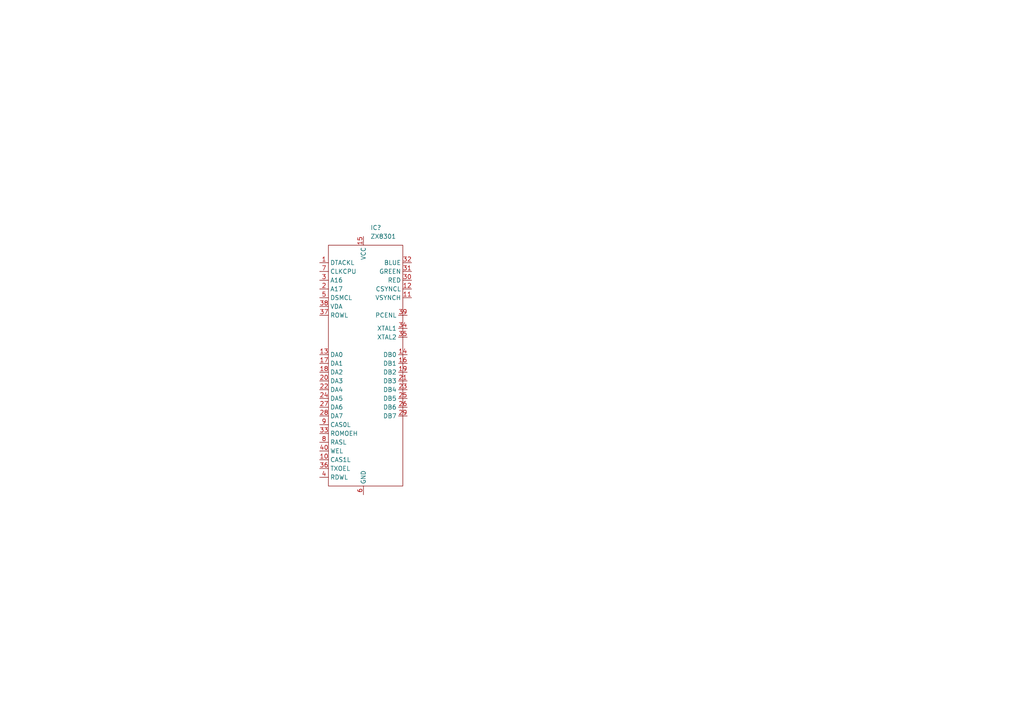
<source format=kicad_sch>
(kicad_sch (version 20211123) (generator eeschema)
  (paper "A4")
  (lib_symbols
    (symbol "Sinclair QL Parts:ZX8301"
      (property "Reference" "IC" (at 0 -17.78 0))
      (property "Value" "ZX8301" (at 0 -20.32 0))
      (symbol "ZX8301_0_1"
        (rectangle (start -10.16 -54.61) (end 11.43 15.24))
      )
      (symbol "ZX8301_1_1"
        (pin input line (at -12.7 10.16 0) (length 2.54) (name "DTACKL") (number "1"))
        (pin bidirectional line (at -12.7 -46.99 0) (length 2.54) (name "CAS1L") (number "10"))
        (pin output line (at 13.97 0 180) (length 2.54) (name "VSYNCH") (number "11"))
        (pin output line (at 13.97 2.54 180) (length 2.54) (name "CSYNCL") (number "12"))
        (pin bidirectional line (at -12.7 -16.51 0) (length 2.54) (name "DA0") (number "13"))
        (pin bidirectional line (at 12.7 -16.51 180) (length 2.54) (name "DB0") (number "14"))
        (pin power_in line (at 0 17.78 270) (length 2.54) (name "VCC") (number "15"))
        (pin bidirectional line (at 12.7 -19.05 180) (length 2.54) (name "DB1") (number "16"))
        (pin bidirectional line (at -12.7 -19.05 0) (length 2.54) (name "DA1") (number "17"))
        (pin bidirectional line (at -12.7 -21.59 0) (length 2.54) (name "DA2") (number "18"))
        (pin bidirectional line (at 12.7 -21.59 180) (length 2.54) (name "DB2") (number "19"))
        (pin input line (at -12.7 2.54 0) (length 2.54) (name "A17") (number "2"))
        (pin bidirectional line (at -12.7 -24.13 0) (length 2.54) (name "DA3") (number "20"))
        (pin bidirectional line (at 12.7 -24.13 180) (length 2.54) (name "DB3") (number "21"))
        (pin bidirectional line (at -12.7 -26.67 0) (length 2.54) (name "DA4") (number "22"))
        (pin bidirectional line (at 12.7 -26.67 180) (length 2.54) (name "DB4") (number "23"))
        (pin bidirectional line (at -12.7 -29.21 0) (length 2.54) (name "DA5") (number "24"))
        (pin bidirectional line (at 12.7 -29.21 180) (length 2.54) (name "DB5") (number "25"))
        (pin bidirectional line (at 12.7 -31.75 180) (length 2.54) (name "DB6") (number "26"))
        (pin bidirectional line (at -12.7 -31.75 0) (length 2.54) (name "DA6") (number "27"))
        (pin bidirectional line (at -12.7 -34.29 0) (length 2.54) (name "DA7") (number "28"))
        (pin bidirectional line (at 12.7 -34.29 180) (length 2.54) (name "DB7") (number "29"))
        (pin input line (at -12.7 5.08 0) (length 2.54) (name "A16") (number "3"))
        (pin output line (at 13.97 5.08 180) (length 2.54) (name "RED") (number "30"))
        (pin output line (at 13.97 7.62 180) (length 2.54) (name "GREEN") (number "31"))
        (pin output line (at 13.97 10.16 180) (length 2.54) (name "BLUE") (number "32"))
        (pin bidirectional line (at -12.7 -39.37 0) (length 2.54) (name "ROMOEH") (number "33"))
        (pin input line (at 12.7 -8.89 180) (length 2.54) (name "XTAL1") (number "34"))
        (pin input line (at 12.7 -11.43 180) (length 2.54) (name "XTAL2") (number "35"))
        (pin bidirectional line (at -12.7 -49.53 0) (length 2.54) (name "TXOEL") (number "36"))
        (pin bidirectional line (at -12.7 -5.08 0) (length 2.54) (name "ROWL") (number "37"))
        (pin bidirectional line (at -12.7 -2.54 0) (length 2.54) (name "VDA") (number "38"))
        (pin bidirectional line (at 12.7 -5.08 180) (length 2.54) (name "PCENL") (number "39"))
        (pin bidirectional line (at -12.7 -52.07 0) (length 2.54) (name "RDWL") (number "4"))
        (pin bidirectional line (at -12.7 -44.45 0) (length 2.54) (name "WEL") (number "40"))
        (pin bidirectional line (at -12.7 0 0) (length 2.54) (name "DSMCL") (number "5"))
        (pin power_in line (at 0 -57.15 90) (length 2.54) (name "GND") (number "6"))
        (pin output line (at -12.7 7.62 0) (length 2.54) (name "CLKCPU") (number "7"))
        (pin bidirectional line (at -12.7 -41.91 0) (length 2.54) (name "RASL") (number "8"))
        (pin bidirectional line (at -12.7 -36.83 0) (length 2.54) (name "CAS0L") (number "9"))
      )
    )
  )
  (symbol (lib_id "Sinclair QL Parts:ZX8301") (at 105.41 86.36 0) (unit 1)
    (property "Reference" "IC?" (at 107.4294 66.04 0) (effects (justify left)))
    (property "Value" "ZX8301" (at 107.4294 68.58 0) (effects (justify left)))
  )
)
</source>
